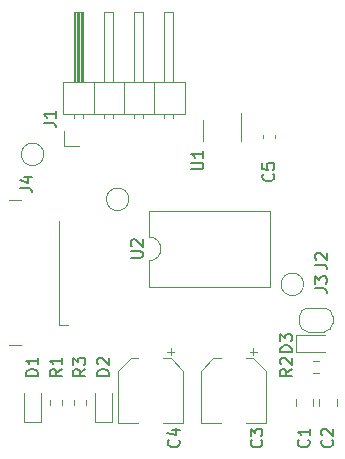
<source format=gto>
G04 #@! TF.GenerationSoftware,KiCad,Pcbnew,5.1.10*
G04 #@! TF.CreationDate,2021-09-07T22:45:51+08:00*
G04 #@! TF.ProjectId,nypx06,6e797078-3036-42e6-9b69-6361645f7063,rev?*
G04 #@! TF.SameCoordinates,Original*
G04 #@! TF.FileFunction,Legend,Top*
G04 #@! TF.FilePolarity,Positive*
%FSLAX46Y46*%
G04 Gerber Fmt 4.6, Leading zero omitted, Abs format (unit mm)*
G04 Created by KiCad (PCBNEW 5.1.10) date 2021-09-07 22:45:51*
%MOMM*%
%LPD*%
G01*
G04 APERTURE LIST*
%ADD10C,0.120000*%
%ADD11C,0.150000*%
%ADD12C,1.100000*%
%ADD13O,3.500000X1.900000*%
%ADD14R,2.500000X1.100000*%
%ADD15R,1.780000X2.000000*%
%ADD16R,0.650000X1.060000*%
%ADD17C,1.500000*%
%ADD18C,0.100000*%
%ADD19O,1.700000X1.700000*%
%ADD20R,1.700000X1.700000*%
G04 APERTURE END LIST*
D10*
X122310000Y-123646267D02*
X122310000Y-123353733D01*
X121290000Y-123646267D02*
X121290000Y-123353733D01*
X104020000Y-139400000D02*
X104775000Y-139400000D01*
X100850000Y-128855000D02*
X99800000Y-128855000D01*
X100850000Y-141145000D02*
X99800000Y-141145000D01*
X104020000Y-139400000D02*
X104020000Y-130600000D01*
X111660000Y-129765000D02*
X111660000Y-132000000D01*
X121940000Y-129765000D02*
X111660000Y-129765000D01*
X121940000Y-136235000D02*
X121940000Y-129765000D01*
X111660000Y-136235000D02*
X121940000Y-136235000D01*
X111660000Y-134000000D02*
X111660000Y-136235000D01*
X111660000Y-132000000D02*
G75*
G02*
X111660000Y-134000000I0J-1000000D01*
G01*
X119410000Y-123900000D02*
X119410000Y-121450000D01*
X116190000Y-122100000D02*
X116190000Y-123900000D01*
X124750000Y-136000000D02*
G75*
G03*
X124750000Y-136000000I-950000J0D01*
G01*
X102750000Y-125000000D02*
G75*
G03*
X102750000Y-125000000I-950000J0D01*
G01*
X109950000Y-128800000D02*
G75*
G03*
X109950000Y-128800000I-950000J0D01*
G01*
X106322500Y-146237258D02*
X106322500Y-145762742D01*
X105277500Y-146237258D02*
X105277500Y-145762742D01*
X125562742Y-143522500D02*
X126037258Y-143522500D01*
X125562742Y-142477500D02*
X126037258Y-142477500D01*
X103277500Y-145762742D02*
X103277500Y-146237258D01*
X104322500Y-145762742D02*
X104322500Y-146237258D01*
X126500000Y-140000000D02*
X125100000Y-140000000D01*
X124400000Y-139300000D02*
X124400000Y-138700000D01*
X125100000Y-138000000D02*
X126500000Y-138000000D01*
X127200000Y-138700000D02*
X127200000Y-139300000D01*
X127200000Y-139300000D02*
G75*
G02*
X126500000Y-140000000I-700000J0D01*
G01*
X126500000Y-138000000D02*
G75*
G02*
X127200000Y-138700000I0J-700000D01*
G01*
X124400000Y-138700000D02*
G75*
G02*
X125100000Y-138000000I700000J0D01*
G01*
X125100000Y-140000000D02*
G75*
G02*
X124400000Y-139300000I0J700000D01*
G01*
X104450000Y-124270000D02*
X104450000Y-123000000D01*
X105720000Y-124270000D02*
X104450000Y-124270000D01*
X113720000Y-121957071D02*
X113720000Y-121560000D01*
X112960000Y-121957071D02*
X112960000Y-121560000D01*
X113720000Y-112900000D02*
X113720000Y-118900000D01*
X112960000Y-112900000D02*
X113720000Y-112900000D01*
X112960000Y-118900000D02*
X112960000Y-112900000D01*
X112070000Y-121560000D02*
X112070000Y-118900000D01*
X111180000Y-121957071D02*
X111180000Y-121560000D01*
X110420000Y-121957071D02*
X110420000Y-121560000D01*
X111180000Y-112900000D02*
X111180000Y-118900000D01*
X110420000Y-112900000D02*
X111180000Y-112900000D01*
X110420000Y-118900000D02*
X110420000Y-112900000D01*
X109530000Y-121560000D02*
X109530000Y-118900000D01*
X108640000Y-121957071D02*
X108640000Y-121560000D01*
X107880000Y-121957071D02*
X107880000Y-121560000D01*
X108640000Y-112900000D02*
X108640000Y-118900000D01*
X107880000Y-112900000D02*
X108640000Y-112900000D01*
X107880000Y-118900000D02*
X107880000Y-112900000D01*
X106990000Y-121560000D02*
X106990000Y-118900000D01*
X106100000Y-121890000D02*
X106100000Y-121560000D01*
X105340000Y-121890000D02*
X105340000Y-121560000D01*
X106000000Y-118900000D02*
X106000000Y-112900000D01*
X105880000Y-118900000D02*
X105880000Y-112900000D01*
X105760000Y-118900000D02*
X105760000Y-112900000D01*
X105640000Y-118900000D02*
X105640000Y-112900000D01*
X105520000Y-118900000D02*
X105520000Y-112900000D01*
X105400000Y-118900000D02*
X105400000Y-112900000D01*
X106100000Y-112900000D02*
X106100000Y-118900000D01*
X105340000Y-112900000D02*
X106100000Y-112900000D01*
X105340000Y-118900000D02*
X105340000Y-112900000D01*
X104390000Y-118900000D02*
X104390000Y-121560000D01*
X114670000Y-118900000D02*
X104390000Y-118900000D01*
X114670000Y-121560000D02*
X114670000Y-118900000D01*
X104390000Y-121560000D02*
X114670000Y-121560000D01*
X124140000Y-141735000D02*
X126600000Y-141735000D01*
X124140000Y-140265000D02*
X124140000Y-141735000D01*
X126600000Y-140265000D02*
X124140000Y-140265000D01*
X108535000Y-147660000D02*
X108535000Y-145200000D01*
X107065000Y-147660000D02*
X108535000Y-147660000D01*
X107065000Y-145200000D02*
X107065000Y-147660000D01*
X101065000Y-145200000D02*
X101065000Y-147660000D01*
X101065000Y-147660000D02*
X102535000Y-147660000D01*
X102535000Y-147660000D02*
X102535000Y-145200000D01*
X113797500Y-141687500D02*
X113172500Y-141687500D01*
X113485000Y-141375000D02*
X113485000Y-142000000D01*
X110104437Y-142240000D02*
X109040000Y-143304437D01*
X113495563Y-142240000D02*
X114560000Y-143304437D01*
X113495563Y-142240000D02*
X112860000Y-142240000D01*
X110104437Y-142240000D02*
X110740000Y-142240000D01*
X109040000Y-143304437D02*
X109040000Y-147760000D01*
X114560000Y-143304437D02*
X114560000Y-147760000D01*
X114560000Y-147760000D02*
X112860000Y-147760000D01*
X109040000Y-147760000D02*
X110740000Y-147760000D01*
X120797500Y-141687500D02*
X120172500Y-141687500D01*
X120485000Y-141375000D02*
X120485000Y-142000000D01*
X117104437Y-142240000D02*
X116040000Y-143304437D01*
X120495563Y-142240000D02*
X121560000Y-143304437D01*
X120495563Y-142240000D02*
X119860000Y-142240000D01*
X117104437Y-142240000D02*
X117740000Y-142240000D01*
X116040000Y-143304437D02*
X116040000Y-147760000D01*
X121560000Y-143304437D02*
X121560000Y-147760000D01*
X121560000Y-147760000D02*
X119860000Y-147760000D01*
X116040000Y-147760000D02*
X117740000Y-147760000D01*
X126065000Y-145738748D02*
X126065000Y-146261252D01*
X127535000Y-145738748D02*
X127535000Y-146261252D01*
X124065000Y-145738748D02*
X124065000Y-146261252D01*
X125535000Y-145738748D02*
X125535000Y-146261252D01*
D11*
X122157142Y-126666666D02*
X122204761Y-126714285D01*
X122252380Y-126857142D01*
X122252380Y-126952380D01*
X122204761Y-127095238D01*
X122109523Y-127190476D01*
X122014285Y-127238095D01*
X121823809Y-127285714D01*
X121680952Y-127285714D01*
X121490476Y-127238095D01*
X121395238Y-127190476D01*
X121300000Y-127095238D01*
X121252380Y-126952380D01*
X121252380Y-126857142D01*
X121300000Y-126714285D01*
X121347619Y-126666666D01*
X121252380Y-125761904D02*
X121252380Y-126238095D01*
X121728571Y-126285714D01*
X121680952Y-126238095D01*
X121633333Y-126142857D01*
X121633333Y-125904761D01*
X121680952Y-125809523D01*
X121728571Y-125761904D01*
X121823809Y-125714285D01*
X122061904Y-125714285D01*
X122157142Y-125761904D01*
X122204761Y-125809523D01*
X122252380Y-125904761D01*
X122252380Y-126142857D01*
X122204761Y-126238095D01*
X122157142Y-126285714D01*
X100752380Y-127833333D02*
X101466666Y-127833333D01*
X101609523Y-127880952D01*
X101704761Y-127976190D01*
X101752380Y-128119047D01*
X101752380Y-128214285D01*
X101085714Y-126928571D02*
X101752380Y-126928571D01*
X100704761Y-127166666D02*
X101419047Y-127404761D01*
X101419047Y-126785714D01*
X110112380Y-133761904D02*
X110921904Y-133761904D01*
X111017142Y-133714285D01*
X111064761Y-133666666D01*
X111112380Y-133571428D01*
X111112380Y-133380952D01*
X111064761Y-133285714D01*
X111017142Y-133238095D01*
X110921904Y-133190476D01*
X110112380Y-133190476D01*
X110207619Y-132761904D02*
X110160000Y-132714285D01*
X110112380Y-132619047D01*
X110112380Y-132380952D01*
X110160000Y-132285714D01*
X110207619Y-132238095D01*
X110302857Y-132190476D01*
X110398095Y-132190476D01*
X110540952Y-132238095D01*
X111112380Y-132809523D01*
X111112380Y-132190476D01*
X115252380Y-126261904D02*
X116061904Y-126261904D01*
X116157142Y-126214285D01*
X116204761Y-126166666D01*
X116252380Y-126071428D01*
X116252380Y-125880952D01*
X116204761Y-125785714D01*
X116157142Y-125738095D01*
X116061904Y-125690476D01*
X115252380Y-125690476D01*
X116252380Y-124690476D02*
X116252380Y-125261904D01*
X116252380Y-124976190D02*
X115252380Y-124976190D01*
X115395238Y-125071428D01*
X115490476Y-125166666D01*
X115538095Y-125261904D01*
X106252380Y-143166666D02*
X105776190Y-143500000D01*
X106252380Y-143738095D02*
X105252380Y-143738095D01*
X105252380Y-143357142D01*
X105300000Y-143261904D01*
X105347619Y-143214285D01*
X105442857Y-143166666D01*
X105585714Y-143166666D01*
X105680952Y-143214285D01*
X105728571Y-143261904D01*
X105776190Y-143357142D01*
X105776190Y-143738095D01*
X105252380Y-142833333D02*
X105252380Y-142214285D01*
X105633333Y-142547619D01*
X105633333Y-142404761D01*
X105680952Y-142309523D01*
X105728571Y-142261904D01*
X105823809Y-142214285D01*
X106061904Y-142214285D01*
X106157142Y-142261904D01*
X106204761Y-142309523D01*
X106252380Y-142404761D01*
X106252380Y-142690476D01*
X106204761Y-142785714D01*
X106157142Y-142833333D01*
X123752380Y-143166666D02*
X123276190Y-143500000D01*
X123752380Y-143738095D02*
X122752380Y-143738095D01*
X122752380Y-143357142D01*
X122800000Y-143261904D01*
X122847619Y-143214285D01*
X122942857Y-143166666D01*
X123085714Y-143166666D01*
X123180952Y-143214285D01*
X123228571Y-143261904D01*
X123276190Y-143357142D01*
X123276190Y-143738095D01*
X122847619Y-142785714D02*
X122800000Y-142738095D01*
X122752380Y-142642857D01*
X122752380Y-142404761D01*
X122800000Y-142309523D01*
X122847619Y-142261904D01*
X122942857Y-142214285D01*
X123038095Y-142214285D01*
X123180952Y-142261904D01*
X123752380Y-142833333D01*
X123752380Y-142214285D01*
X104252380Y-143166666D02*
X103776190Y-143500000D01*
X104252380Y-143738095D02*
X103252380Y-143738095D01*
X103252380Y-143357142D01*
X103300000Y-143261904D01*
X103347619Y-143214285D01*
X103442857Y-143166666D01*
X103585714Y-143166666D01*
X103680952Y-143214285D01*
X103728571Y-143261904D01*
X103776190Y-143357142D01*
X103776190Y-143738095D01*
X104252380Y-142214285D02*
X104252380Y-142785714D01*
X104252380Y-142500000D02*
X103252380Y-142500000D01*
X103395238Y-142595238D01*
X103490476Y-142690476D01*
X103538095Y-142785714D01*
X125712380Y-136333333D02*
X126426666Y-136333333D01*
X126569523Y-136380952D01*
X126664761Y-136476190D01*
X126712380Y-136619047D01*
X126712380Y-136714285D01*
X125712380Y-135952380D02*
X125712380Y-135333333D01*
X126093333Y-135666666D01*
X126093333Y-135523809D01*
X126140952Y-135428571D01*
X126188571Y-135380952D01*
X126283809Y-135333333D01*
X126521904Y-135333333D01*
X126617142Y-135380952D01*
X126664761Y-135428571D01*
X126712380Y-135523809D01*
X126712380Y-135809523D01*
X126664761Y-135904761D01*
X126617142Y-135952380D01*
X125712380Y-134333333D02*
X126426666Y-134333333D01*
X126569523Y-134380952D01*
X126664761Y-134476190D01*
X126712380Y-134619047D01*
X126712380Y-134714285D01*
X125807619Y-133904761D02*
X125760000Y-133857142D01*
X125712380Y-133761904D01*
X125712380Y-133523809D01*
X125760000Y-133428571D01*
X125807619Y-133380952D01*
X125902857Y-133333333D01*
X125998095Y-133333333D01*
X126140952Y-133380952D01*
X126712380Y-133952380D01*
X126712380Y-133333333D01*
X102752380Y-122333333D02*
X103466666Y-122333333D01*
X103609523Y-122380952D01*
X103704761Y-122476190D01*
X103752380Y-122619047D01*
X103752380Y-122714285D01*
X103752380Y-121333333D02*
X103752380Y-121904761D01*
X103752380Y-121619047D02*
X102752380Y-121619047D01*
X102895238Y-121714285D01*
X102990476Y-121809523D01*
X103038095Y-121904761D01*
X123752380Y-141738095D02*
X122752380Y-141738095D01*
X122752380Y-141500000D01*
X122800000Y-141357142D01*
X122895238Y-141261904D01*
X122990476Y-141214285D01*
X123180952Y-141166666D01*
X123323809Y-141166666D01*
X123514285Y-141214285D01*
X123609523Y-141261904D01*
X123704761Y-141357142D01*
X123752380Y-141500000D01*
X123752380Y-141738095D01*
X122752380Y-140833333D02*
X122752380Y-140214285D01*
X123133333Y-140547619D01*
X123133333Y-140404761D01*
X123180952Y-140309523D01*
X123228571Y-140261904D01*
X123323809Y-140214285D01*
X123561904Y-140214285D01*
X123657142Y-140261904D01*
X123704761Y-140309523D01*
X123752380Y-140404761D01*
X123752380Y-140690476D01*
X123704761Y-140785714D01*
X123657142Y-140833333D01*
X108252380Y-143738095D02*
X107252380Y-143738095D01*
X107252380Y-143500000D01*
X107300000Y-143357142D01*
X107395238Y-143261904D01*
X107490476Y-143214285D01*
X107680952Y-143166666D01*
X107823809Y-143166666D01*
X108014285Y-143214285D01*
X108109523Y-143261904D01*
X108204761Y-143357142D01*
X108252380Y-143500000D01*
X108252380Y-143738095D01*
X107347619Y-142785714D02*
X107300000Y-142738095D01*
X107252380Y-142642857D01*
X107252380Y-142404761D01*
X107300000Y-142309523D01*
X107347619Y-142261904D01*
X107442857Y-142214285D01*
X107538095Y-142214285D01*
X107680952Y-142261904D01*
X108252380Y-142833333D01*
X108252380Y-142214285D01*
X102252380Y-143738095D02*
X101252380Y-143738095D01*
X101252380Y-143500000D01*
X101300000Y-143357142D01*
X101395238Y-143261904D01*
X101490476Y-143214285D01*
X101680952Y-143166666D01*
X101823809Y-143166666D01*
X102014285Y-143214285D01*
X102109523Y-143261904D01*
X102204761Y-143357142D01*
X102252380Y-143500000D01*
X102252380Y-143738095D01*
X102252380Y-142214285D02*
X102252380Y-142785714D01*
X102252380Y-142500000D02*
X101252380Y-142500000D01*
X101395238Y-142595238D01*
X101490476Y-142690476D01*
X101538095Y-142785714D01*
X114157142Y-149166666D02*
X114204761Y-149214285D01*
X114252380Y-149357142D01*
X114252380Y-149452380D01*
X114204761Y-149595238D01*
X114109523Y-149690476D01*
X114014285Y-149738095D01*
X113823809Y-149785714D01*
X113680952Y-149785714D01*
X113490476Y-149738095D01*
X113395238Y-149690476D01*
X113300000Y-149595238D01*
X113252380Y-149452380D01*
X113252380Y-149357142D01*
X113300000Y-149214285D01*
X113347619Y-149166666D01*
X113585714Y-148309523D02*
X114252380Y-148309523D01*
X113204761Y-148547619D02*
X113919047Y-148785714D01*
X113919047Y-148166666D01*
X121157142Y-149166666D02*
X121204761Y-149214285D01*
X121252380Y-149357142D01*
X121252380Y-149452380D01*
X121204761Y-149595238D01*
X121109523Y-149690476D01*
X121014285Y-149738095D01*
X120823809Y-149785714D01*
X120680952Y-149785714D01*
X120490476Y-149738095D01*
X120395238Y-149690476D01*
X120300000Y-149595238D01*
X120252380Y-149452380D01*
X120252380Y-149357142D01*
X120300000Y-149214285D01*
X120347619Y-149166666D01*
X120252380Y-148833333D02*
X120252380Y-148214285D01*
X120633333Y-148547619D01*
X120633333Y-148404761D01*
X120680952Y-148309523D01*
X120728571Y-148261904D01*
X120823809Y-148214285D01*
X121061904Y-148214285D01*
X121157142Y-148261904D01*
X121204761Y-148309523D01*
X121252380Y-148404761D01*
X121252380Y-148690476D01*
X121204761Y-148785714D01*
X121157142Y-148833333D01*
X127157142Y-149166666D02*
X127204761Y-149214285D01*
X127252380Y-149357142D01*
X127252380Y-149452380D01*
X127204761Y-149595238D01*
X127109523Y-149690476D01*
X127014285Y-149738095D01*
X126823809Y-149785714D01*
X126680952Y-149785714D01*
X126490476Y-149738095D01*
X126395238Y-149690476D01*
X126300000Y-149595238D01*
X126252380Y-149452380D01*
X126252380Y-149357142D01*
X126300000Y-149214285D01*
X126347619Y-149166666D01*
X126347619Y-148785714D02*
X126300000Y-148738095D01*
X126252380Y-148642857D01*
X126252380Y-148404761D01*
X126300000Y-148309523D01*
X126347619Y-148261904D01*
X126442857Y-148214285D01*
X126538095Y-148214285D01*
X126680952Y-148261904D01*
X127252380Y-148833333D01*
X127252380Y-148214285D01*
X125157142Y-149166666D02*
X125204761Y-149214285D01*
X125252380Y-149357142D01*
X125252380Y-149452380D01*
X125204761Y-149595238D01*
X125109523Y-149690476D01*
X125014285Y-149738095D01*
X124823809Y-149785714D01*
X124680952Y-149785714D01*
X124490476Y-149738095D01*
X124395238Y-149690476D01*
X124300000Y-149595238D01*
X124252380Y-149452380D01*
X124252380Y-149357142D01*
X124300000Y-149214285D01*
X124347619Y-149166666D01*
X125252380Y-148214285D02*
X125252380Y-148785714D01*
X125252380Y-148500000D02*
X124252380Y-148500000D01*
X124395238Y-148595238D01*
X124490476Y-148690476D01*
X124538095Y-148785714D01*
%LPC*%
G36*
G01*
X122037500Y-123175000D02*
X121562500Y-123175000D01*
G75*
G02*
X121325000Y-122937500I0J237500D01*
G01*
X121325000Y-122337500D01*
G75*
G02*
X121562500Y-122100000I237500J0D01*
G01*
X122037500Y-122100000D01*
G75*
G02*
X122275000Y-122337500I0J-237500D01*
G01*
X122275000Y-122937500D01*
G75*
G02*
X122037500Y-123175000I-237500J0D01*
G01*
G37*
G36*
G01*
X122037500Y-124900000D02*
X121562500Y-124900000D01*
G75*
G02*
X121325000Y-124662500I0J237500D01*
G01*
X121325000Y-124062500D01*
G75*
G02*
X121562500Y-123825000I237500J0D01*
G01*
X122037500Y-123825000D01*
G75*
G02*
X122275000Y-124062500I0J-237500D01*
G01*
X122275000Y-124662500D01*
G75*
G02*
X122037500Y-124900000I-237500J0D01*
G01*
G37*
D12*
X102900000Y-132700000D03*
X102900000Y-137300000D03*
D13*
X102900000Y-129300000D03*
X102900000Y-140700000D03*
D14*
X105650000Y-131500000D03*
X105650000Y-138500000D03*
X105650000Y-134000000D03*
X105650000Y-136000000D03*
D15*
X112990000Y-128235000D03*
X120610000Y-137765000D03*
X115530000Y-128235000D03*
X118070000Y-137765000D03*
X118070000Y-128235000D03*
X115530000Y-137765000D03*
X120610000Y-128235000D03*
X112990000Y-137765000D03*
D16*
X117800000Y-124100000D03*
X118750000Y-124100000D03*
X116850000Y-124100000D03*
X116850000Y-121900000D03*
X117800000Y-121900000D03*
X118750000Y-121900000D03*
D17*
X123800000Y-136000000D03*
X101800000Y-125000000D03*
X109000000Y-128800000D03*
G36*
G01*
X106075000Y-145575000D02*
X105525000Y-145575000D01*
G75*
G02*
X105325000Y-145375000I0J200000D01*
G01*
X105325000Y-144975000D01*
G75*
G02*
X105525000Y-144775000I200000J0D01*
G01*
X106075000Y-144775000D01*
G75*
G02*
X106275000Y-144975000I0J-200000D01*
G01*
X106275000Y-145375000D01*
G75*
G02*
X106075000Y-145575000I-200000J0D01*
G01*
G37*
G36*
G01*
X106075000Y-147225000D02*
X105525000Y-147225000D01*
G75*
G02*
X105325000Y-147025000I0J200000D01*
G01*
X105325000Y-146625000D01*
G75*
G02*
X105525000Y-146425000I200000J0D01*
G01*
X106075000Y-146425000D01*
G75*
G02*
X106275000Y-146625000I0J-200000D01*
G01*
X106275000Y-147025000D01*
G75*
G02*
X106075000Y-147225000I-200000J0D01*
G01*
G37*
G36*
G01*
X126225000Y-143275000D02*
X126225000Y-142725000D01*
G75*
G02*
X126425000Y-142525000I200000J0D01*
G01*
X126825000Y-142525000D01*
G75*
G02*
X127025000Y-142725000I0J-200000D01*
G01*
X127025000Y-143275000D01*
G75*
G02*
X126825000Y-143475000I-200000J0D01*
G01*
X126425000Y-143475000D01*
G75*
G02*
X126225000Y-143275000I0J200000D01*
G01*
G37*
G36*
G01*
X124575000Y-143275000D02*
X124575000Y-142725000D01*
G75*
G02*
X124775000Y-142525000I200000J0D01*
G01*
X125175000Y-142525000D01*
G75*
G02*
X125375000Y-142725000I0J-200000D01*
G01*
X125375000Y-143275000D01*
G75*
G02*
X125175000Y-143475000I-200000J0D01*
G01*
X124775000Y-143475000D01*
G75*
G02*
X124575000Y-143275000I0J200000D01*
G01*
G37*
G36*
G01*
X103525000Y-146425000D02*
X104075000Y-146425000D01*
G75*
G02*
X104275000Y-146625000I0J-200000D01*
G01*
X104275000Y-147025000D01*
G75*
G02*
X104075000Y-147225000I-200000J0D01*
G01*
X103525000Y-147225000D01*
G75*
G02*
X103325000Y-147025000I0J200000D01*
G01*
X103325000Y-146625000D01*
G75*
G02*
X103525000Y-146425000I200000J0D01*
G01*
G37*
G36*
G01*
X103525000Y-144775000D02*
X104075000Y-144775000D01*
G75*
G02*
X104275000Y-144975000I0J-200000D01*
G01*
X104275000Y-145375000D01*
G75*
G02*
X104075000Y-145575000I-200000J0D01*
G01*
X103525000Y-145575000D01*
G75*
G02*
X103325000Y-145375000I0J200000D01*
G01*
X103325000Y-144975000D01*
G75*
G02*
X103525000Y-144775000I200000J0D01*
G01*
G37*
D18*
G36*
X125950000Y-138250000D02*
G01*
X126450000Y-138250000D01*
X126450000Y-138250602D01*
X126474534Y-138250602D01*
X126523365Y-138255412D01*
X126571490Y-138264984D01*
X126618445Y-138279228D01*
X126663778Y-138298005D01*
X126707051Y-138321136D01*
X126747850Y-138348396D01*
X126785779Y-138379524D01*
X126820476Y-138414221D01*
X126851604Y-138452150D01*
X126878864Y-138492949D01*
X126901995Y-138536222D01*
X126920772Y-138581555D01*
X126935016Y-138628510D01*
X126944588Y-138676635D01*
X126949398Y-138725466D01*
X126949398Y-138750000D01*
X126950000Y-138750000D01*
X126950000Y-139250000D01*
X126949398Y-139250000D01*
X126949398Y-139274534D01*
X126944588Y-139323365D01*
X126935016Y-139371490D01*
X126920772Y-139418445D01*
X126901995Y-139463778D01*
X126878864Y-139507051D01*
X126851604Y-139547850D01*
X126820476Y-139585779D01*
X126785779Y-139620476D01*
X126747850Y-139651604D01*
X126707051Y-139678864D01*
X126663778Y-139701995D01*
X126618445Y-139720772D01*
X126571490Y-139735016D01*
X126523365Y-139744588D01*
X126474534Y-139749398D01*
X126450000Y-139749398D01*
X126450000Y-139750000D01*
X125950000Y-139750000D01*
X125950000Y-138250000D01*
G37*
G36*
X125150000Y-139749398D02*
G01*
X125125466Y-139749398D01*
X125076635Y-139744588D01*
X125028510Y-139735016D01*
X124981555Y-139720772D01*
X124936222Y-139701995D01*
X124892949Y-139678864D01*
X124852150Y-139651604D01*
X124814221Y-139620476D01*
X124779524Y-139585779D01*
X124748396Y-139547850D01*
X124721136Y-139507051D01*
X124698005Y-139463778D01*
X124679228Y-139418445D01*
X124664984Y-139371490D01*
X124655412Y-139323365D01*
X124650602Y-139274534D01*
X124650602Y-139250000D01*
X124650000Y-139250000D01*
X124650000Y-138750000D01*
X124650602Y-138750000D01*
X124650602Y-138725466D01*
X124655412Y-138676635D01*
X124664984Y-138628510D01*
X124679228Y-138581555D01*
X124698005Y-138536222D01*
X124721136Y-138492949D01*
X124748396Y-138452150D01*
X124779524Y-138414221D01*
X124814221Y-138379524D01*
X124852150Y-138348396D01*
X124892949Y-138321136D01*
X124936222Y-138298005D01*
X124981555Y-138279228D01*
X125028510Y-138264984D01*
X125076635Y-138255412D01*
X125125466Y-138250602D01*
X125150000Y-138250602D01*
X125150000Y-138250000D01*
X125650000Y-138250000D01*
X125650000Y-139750000D01*
X125150000Y-139750000D01*
X125150000Y-139749398D01*
G37*
G36*
G01*
X129550000Y-136500000D02*
X128050000Y-136500000D01*
G75*
G02*
X127800000Y-136250000I0J250000D01*
G01*
X127800000Y-135750000D01*
G75*
G02*
X128050000Y-135500000I250000J0D01*
G01*
X129550000Y-135500000D01*
G75*
G02*
X129800000Y-135750000I0J-250000D01*
G01*
X129800000Y-136250000D01*
G75*
G02*
X129550000Y-136500000I-250000J0D01*
G01*
G37*
G36*
G01*
X129550000Y-134500000D02*
X128050000Y-134500000D01*
G75*
G02*
X127800000Y-134250000I0J250000D01*
G01*
X127800000Y-133750000D01*
G75*
G02*
X128050000Y-133500000I250000J0D01*
G01*
X129550000Y-133500000D01*
G75*
G02*
X129800000Y-133750000I0J-250000D01*
G01*
X129800000Y-134250000D01*
G75*
G02*
X129550000Y-134500000I-250000J0D01*
G01*
G37*
D19*
X113340000Y-123000000D03*
X110800000Y-123000000D03*
X108260000Y-123000000D03*
D20*
X105720000Y-123000000D03*
G36*
G01*
X126150000Y-141237500D02*
X126150000Y-140762500D01*
G75*
G02*
X126387500Y-140525000I237500J0D01*
G01*
X126962500Y-140525000D01*
G75*
G02*
X127200000Y-140762500I0J-237500D01*
G01*
X127200000Y-141237500D01*
G75*
G02*
X126962500Y-141475000I-237500J0D01*
G01*
X126387500Y-141475000D01*
G75*
G02*
X126150000Y-141237500I0J237500D01*
G01*
G37*
G36*
G01*
X124400000Y-141237500D02*
X124400000Y-140762500D01*
G75*
G02*
X124637500Y-140525000I237500J0D01*
G01*
X125212500Y-140525000D01*
G75*
G02*
X125450000Y-140762500I0J-237500D01*
G01*
X125450000Y-141237500D01*
G75*
G02*
X125212500Y-141475000I-237500J0D01*
G01*
X124637500Y-141475000D01*
G75*
G02*
X124400000Y-141237500I0J237500D01*
G01*
G37*
G36*
G01*
X108037500Y-145650000D02*
X107562500Y-145650000D01*
G75*
G02*
X107325000Y-145412500I0J237500D01*
G01*
X107325000Y-144837500D01*
G75*
G02*
X107562500Y-144600000I237500J0D01*
G01*
X108037500Y-144600000D01*
G75*
G02*
X108275000Y-144837500I0J-237500D01*
G01*
X108275000Y-145412500D01*
G75*
G02*
X108037500Y-145650000I-237500J0D01*
G01*
G37*
G36*
G01*
X108037500Y-147400000D02*
X107562500Y-147400000D01*
G75*
G02*
X107325000Y-147162500I0J237500D01*
G01*
X107325000Y-146587500D01*
G75*
G02*
X107562500Y-146350000I237500J0D01*
G01*
X108037500Y-146350000D01*
G75*
G02*
X108275000Y-146587500I0J-237500D01*
G01*
X108275000Y-147162500D01*
G75*
G02*
X108037500Y-147400000I-237500J0D01*
G01*
G37*
G36*
G01*
X102037500Y-147400000D02*
X101562500Y-147400000D01*
G75*
G02*
X101325000Y-147162500I0J237500D01*
G01*
X101325000Y-146587500D01*
G75*
G02*
X101562500Y-146350000I237500J0D01*
G01*
X102037500Y-146350000D01*
G75*
G02*
X102275000Y-146587500I0J-237500D01*
G01*
X102275000Y-147162500D01*
G75*
G02*
X102037500Y-147400000I-237500J0D01*
G01*
G37*
G36*
G01*
X102037500Y-145650000D02*
X101562500Y-145650000D01*
G75*
G02*
X101325000Y-145412500I0J237500D01*
G01*
X101325000Y-144837500D01*
G75*
G02*
X101562500Y-144600000I237500J0D01*
G01*
X102037500Y-144600000D01*
G75*
G02*
X102275000Y-144837500I0J-237500D01*
G01*
X102275000Y-145412500D01*
G75*
G02*
X102037500Y-145650000I-237500J0D01*
G01*
G37*
G36*
G01*
X111250000Y-145700000D02*
X112350000Y-145700000D01*
G75*
G02*
X112600000Y-145950000I0J-250000D01*
G01*
X112600000Y-148450000D01*
G75*
G02*
X112350000Y-148700000I-250000J0D01*
G01*
X111250000Y-148700000D01*
G75*
G02*
X111000000Y-148450000I0J250000D01*
G01*
X111000000Y-145950000D01*
G75*
G02*
X111250000Y-145700000I250000J0D01*
G01*
G37*
G36*
G01*
X111250000Y-141300000D02*
X112350000Y-141300000D01*
G75*
G02*
X112600000Y-141550000I0J-250000D01*
G01*
X112600000Y-144050000D01*
G75*
G02*
X112350000Y-144300000I-250000J0D01*
G01*
X111250000Y-144300000D01*
G75*
G02*
X111000000Y-144050000I0J250000D01*
G01*
X111000000Y-141550000D01*
G75*
G02*
X111250000Y-141300000I250000J0D01*
G01*
G37*
G36*
G01*
X118250000Y-145700000D02*
X119350000Y-145700000D01*
G75*
G02*
X119600000Y-145950000I0J-250000D01*
G01*
X119600000Y-148450000D01*
G75*
G02*
X119350000Y-148700000I-250000J0D01*
G01*
X118250000Y-148700000D01*
G75*
G02*
X118000000Y-148450000I0J250000D01*
G01*
X118000000Y-145950000D01*
G75*
G02*
X118250000Y-145700000I250000J0D01*
G01*
G37*
G36*
G01*
X118250000Y-141300000D02*
X119350000Y-141300000D01*
G75*
G02*
X119600000Y-141550000I0J-250000D01*
G01*
X119600000Y-144050000D01*
G75*
G02*
X119350000Y-144300000I-250000J0D01*
G01*
X118250000Y-144300000D01*
G75*
G02*
X118000000Y-144050000I0J250000D01*
G01*
X118000000Y-141550000D01*
G75*
G02*
X118250000Y-141300000I250000J0D01*
G01*
G37*
G36*
G01*
X126325000Y-146450000D02*
X127275000Y-146450000D01*
G75*
G02*
X127525000Y-146700000I0J-250000D01*
G01*
X127525000Y-147375000D01*
G75*
G02*
X127275000Y-147625000I-250000J0D01*
G01*
X126325000Y-147625000D01*
G75*
G02*
X126075000Y-147375000I0J250000D01*
G01*
X126075000Y-146700000D01*
G75*
G02*
X126325000Y-146450000I250000J0D01*
G01*
G37*
G36*
G01*
X126325000Y-144375000D02*
X127275000Y-144375000D01*
G75*
G02*
X127525000Y-144625000I0J-250000D01*
G01*
X127525000Y-145300000D01*
G75*
G02*
X127275000Y-145550000I-250000J0D01*
G01*
X126325000Y-145550000D01*
G75*
G02*
X126075000Y-145300000I0J250000D01*
G01*
X126075000Y-144625000D01*
G75*
G02*
X126325000Y-144375000I250000J0D01*
G01*
G37*
G36*
G01*
X124325000Y-146450000D02*
X125275000Y-146450000D01*
G75*
G02*
X125525000Y-146700000I0J-250000D01*
G01*
X125525000Y-147375000D01*
G75*
G02*
X125275000Y-147625000I-250000J0D01*
G01*
X124325000Y-147625000D01*
G75*
G02*
X124075000Y-147375000I0J250000D01*
G01*
X124075000Y-146700000D01*
G75*
G02*
X124325000Y-146450000I250000J0D01*
G01*
G37*
G36*
G01*
X124325000Y-144375000D02*
X125275000Y-144375000D01*
G75*
G02*
X125525000Y-144625000I0J-250000D01*
G01*
X125525000Y-145300000D01*
G75*
G02*
X125275000Y-145550000I-250000J0D01*
G01*
X124325000Y-145550000D01*
G75*
G02*
X124075000Y-145300000I0J250000D01*
G01*
X124075000Y-144625000D01*
G75*
G02*
X124325000Y-144375000I250000J0D01*
G01*
G37*
M02*

</source>
